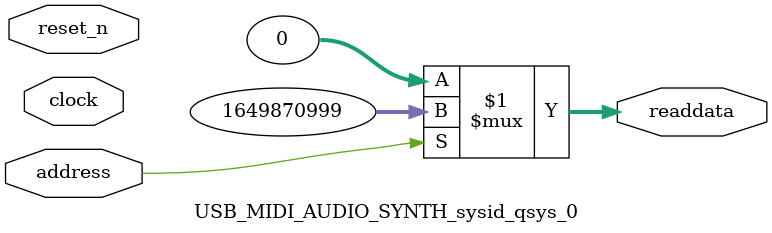
<source format=v>



// synthesis translate_off
`timescale 1ns / 1ps
// synthesis translate_on

// turn off superfluous verilog processor warnings 
// altera message_level Level1 
// altera message_off 10034 10035 10036 10037 10230 10240 10030 

module USB_MIDI_AUDIO_SYNTH_sysid_qsys_0 (
               // inputs:
                address,
                clock,
                reset_n,

               // outputs:
                readdata
             )
;

  output  [ 31: 0] readdata;
  input            address;
  input            clock;
  input            reset_n;

  wire    [ 31: 0] readdata;
  //control_slave, which is an e_avalon_slave
  assign readdata = address ? 1649870999 : 0;

endmodule



</source>
